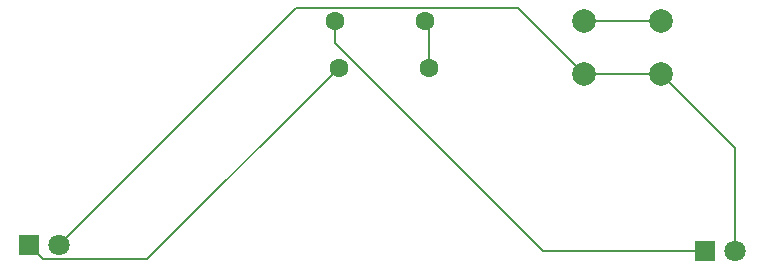
<source format=gbr>
%TF.GenerationSoftware,KiCad,Pcbnew,9.0.2*%
%TF.CreationDate,2025-05-31T15:25:19-05:00*%
%TF.ProjectId,first_pcb_project,66697273-745f-4706-9362-5f70726f6a65,rev?*%
%TF.SameCoordinates,Original*%
%TF.FileFunction,Copper,L1,Top*%
%TF.FilePolarity,Positive*%
%FSLAX46Y46*%
G04 Gerber Fmt 4.6, Leading zero omitted, Abs format (unit mm)*
G04 Created by KiCad (PCBNEW 9.0.2) date 2025-05-31 15:25:19*
%MOMM*%
%LPD*%
G01*
G04 APERTURE LIST*
%TA.AperFunction,ComponentPad*%
%ADD10C,1.800000*%
%TD*%
%TA.AperFunction,ComponentPad*%
%ADD11R,1.800000X1.800000*%
%TD*%
%TA.AperFunction,ComponentPad*%
%ADD12C,1.600000*%
%TD*%
%TA.AperFunction,ComponentPad*%
%ADD13C,2.000000*%
%TD*%
%TA.AperFunction,Conductor*%
%ADD14C,0.200000*%
%TD*%
G04 APERTURE END LIST*
D10*
%TO.P,D1,2,A*%
%TO.N,Net-(D1-A)*%
X96500000Y-72000000D03*
D11*
%TO.P,D1,1,K*%
%TO.N,Net-(D1-K)*%
X93960000Y-72000000D03*
%TD*%
D12*
%TO.P,R2,1*%
%TO.N,Net-(D1-K)*%
X120190000Y-57000000D03*
%TO.P,R2,2*%
%TO.N,Net-(BT1--)*%
X127810000Y-57000000D03*
%TD*%
%TO.P,R1,1*%
%TO.N,Net-(D2-K)*%
X119880000Y-53000000D03*
%TO.P,R1,2*%
%TO.N,Net-(BT1--)*%
X127500000Y-53000000D03*
%TD*%
D11*
%TO.P,D2,1,K*%
%TO.N,Net-(D2-K)*%
X151225000Y-72500000D03*
D10*
%TO.P,D2,2,A*%
%TO.N,Net-(D1-A)*%
X153765000Y-72500000D03*
%TD*%
D13*
%TO.P,SW1,1,1*%
%TO.N,Net-(BT1-+)*%
X141000000Y-53000000D03*
X147500000Y-53000000D03*
%TO.P,SW1,2,2*%
%TO.N,Net-(D1-A)*%
X141000000Y-57500000D03*
X147500000Y-57500000D03*
%TD*%
D14*
%TO.N,Net-(BT1-+)*%
X141000000Y-53000000D02*
X147500000Y-53000000D01*
%TO.N,Net-(D1-K)*%
X95161000Y-73201000D02*
X103989000Y-73201000D01*
X93960000Y-72000000D02*
X95161000Y-73201000D01*
X103989000Y-73201000D02*
X120190000Y-57000000D01*
%TO.N,Net-(D1-A)*%
X141000000Y-57500000D02*
X147500000Y-57500000D01*
X116601000Y-51899000D02*
X96500000Y-72000000D01*
X153765000Y-63765000D02*
X147500000Y-57500000D01*
X135399000Y-51899000D02*
X116601000Y-51899000D01*
X141000000Y-57500000D02*
X135399000Y-51899000D01*
X153765000Y-72500000D02*
X153765000Y-63765000D01*
%TO.N,Net-(BT1--)*%
X127810000Y-53310000D02*
X127500000Y-53000000D01*
%TO.N,Net-(D2-K)*%
X119880000Y-54880000D02*
X119880000Y-53000000D01*
%TO.N,Net-(BT1--)*%
X127810000Y-57000000D02*
X127810000Y-53310000D01*
%TO.N,Net-(D2-K)*%
X137500000Y-72500000D02*
X119880000Y-54880000D01*
X151225000Y-72500000D02*
X137500000Y-72500000D01*
%TD*%
M02*

</source>
